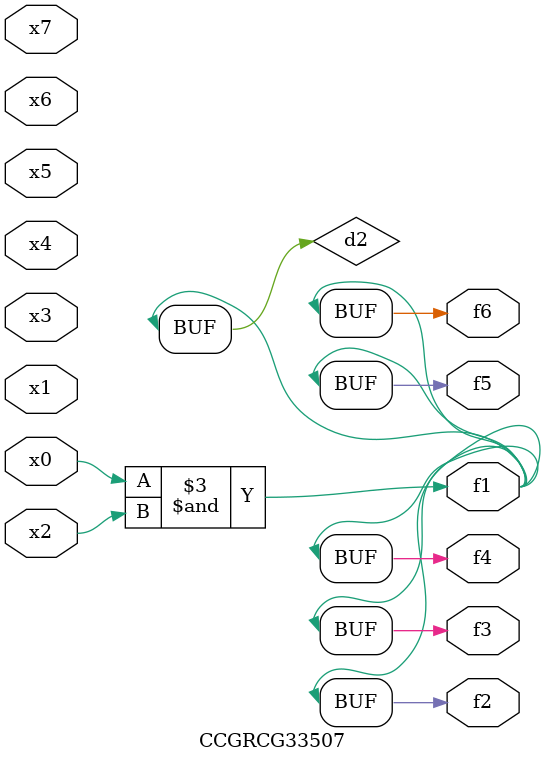
<source format=v>
module CCGRCG33507(
	input x0, x1, x2, x3, x4, x5, x6, x7,
	output f1, f2, f3, f4, f5, f6
);

	wire d1, d2;

	nor (d1, x3, x6);
	and (d2, x0, x2);
	assign f1 = d2;
	assign f2 = d2;
	assign f3 = d2;
	assign f4 = d2;
	assign f5 = d2;
	assign f6 = d2;
endmodule

</source>
